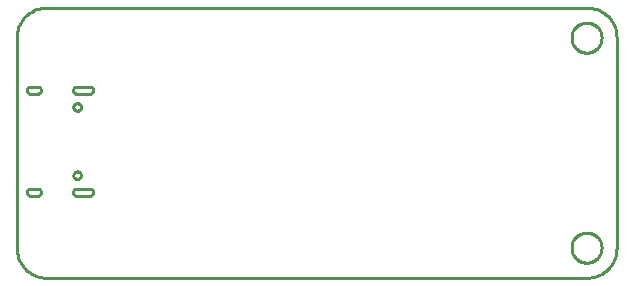
<source format=gbr>
G04 EAGLE Gerber RS-274X export*
G75*
%MOMM*%
%FSLAX34Y34*%
%LPD*%
%IN*%
%IPPOS*%
%AMOC8*
5,1,8,0,0,1.08239X$1,22.5*%
G01*
%ADD10C,0.254000*%


D10*
X0Y25400D02*
X97Y23186D01*
X386Y20989D01*
X865Y18826D01*
X1532Y16713D01*
X2380Y14666D01*
X3403Y12700D01*
X4594Y10831D01*
X5942Y9073D01*
X7440Y7440D01*
X9073Y5942D01*
X10831Y4594D01*
X12700Y3403D01*
X14666Y2380D01*
X16713Y1532D01*
X18826Y865D01*
X20989Y386D01*
X23186Y97D01*
X25400Y0D01*
X482600Y0D01*
X484814Y97D01*
X487011Y386D01*
X489174Y865D01*
X491287Y1532D01*
X493335Y2380D01*
X495300Y3403D01*
X497169Y4594D01*
X498927Y5942D01*
X500561Y7440D01*
X502058Y9073D01*
X503406Y10831D01*
X504597Y12700D01*
X505620Y14666D01*
X506468Y16713D01*
X507135Y18826D01*
X507614Y20989D01*
X507903Y23186D01*
X508000Y25400D01*
X508000Y203200D01*
X507903Y205414D01*
X507614Y207611D01*
X507135Y209774D01*
X506468Y211887D01*
X505620Y213935D01*
X504597Y215900D01*
X503406Y217769D01*
X502058Y219527D01*
X500561Y221161D01*
X498927Y222658D01*
X497169Y224006D01*
X495300Y225197D01*
X493335Y226220D01*
X491287Y227068D01*
X489174Y227735D01*
X487011Y228214D01*
X484814Y228503D01*
X482600Y228600D01*
X25400Y228600D01*
X23186Y228503D01*
X20989Y228214D01*
X18826Y227735D01*
X16713Y227068D01*
X14666Y226220D01*
X12700Y225197D01*
X10831Y224006D01*
X9073Y222658D01*
X7440Y221161D01*
X5942Y219527D01*
X4594Y217769D01*
X3403Y215900D01*
X2380Y213935D01*
X1532Y211887D01*
X865Y209774D01*
X386Y207611D01*
X97Y205414D01*
X0Y203200D01*
X0Y25400D01*
X47870Y158770D02*
X47881Y158509D01*
X47916Y158249D01*
X47972Y157994D01*
X48051Y157744D01*
X48151Y157502D01*
X48272Y157270D01*
X48413Y157049D01*
X48572Y156842D01*
X48749Y156649D01*
X48942Y156472D01*
X49149Y156313D01*
X49370Y156172D01*
X49602Y156051D01*
X49844Y155951D01*
X50094Y155872D01*
X50349Y155816D01*
X50609Y155781D01*
X50870Y155770D01*
X61870Y155770D01*
X62131Y155781D01*
X62391Y155816D01*
X62646Y155872D01*
X62896Y155951D01*
X63138Y156051D01*
X63370Y156172D01*
X63591Y156313D01*
X63798Y156472D01*
X63991Y156649D01*
X64168Y156842D01*
X64327Y157049D01*
X64468Y157270D01*
X64589Y157502D01*
X64689Y157744D01*
X64768Y157994D01*
X64824Y158249D01*
X64859Y158509D01*
X64870Y158770D01*
X64859Y159031D01*
X64824Y159291D01*
X64768Y159546D01*
X64689Y159796D01*
X64589Y160038D01*
X64468Y160270D01*
X64327Y160491D01*
X64168Y160698D01*
X63991Y160891D01*
X63798Y161068D01*
X63591Y161227D01*
X63370Y161368D01*
X63138Y161489D01*
X62896Y161589D01*
X62646Y161668D01*
X62391Y161724D01*
X62131Y161759D01*
X61870Y161770D01*
X50870Y161770D01*
X50609Y161759D01*
X50349Y161724D01*
X50094Y161668D01*
X49844Y161589D01*
X49602Y161489D01*
X49370Y161368D01*
X49149Y161227D01*
X48942Y161068D01*
X48749Y160891D01*
X48572Y160698D01*
X48413Y160491D01*
X48272Y160270D01*
X48151Y160038D01*
X48051Y159796D01*
X47972Y159546D01*
X47916Y159291D01*
X47881Y159031D01*
X47870Y158770D01*
X47870Y72370D02*
X47881Y72109D01*
X47916Y71849D01*
X47972Y71594D01*
X48051Y71344D01*
X48151Y71102D01*
X48272Y70870D01*
X48413Y70649D01*
X48572Y70442D01*
X48749Y70249D01*
X48942Y70072D01*
X49149Y69913D01*
X49370Y69772D01*
X49602Y69651D01*
X49844Y69551D01*
X50094Y69472D01*
X50349Y69416D01*
X50609Y69381D01*
X50870Y69370D01*
X61870Y69370D01*
X62131Y69381D01*
X62391Y69416D01*
X62646Y69472D01*
X62896Y69551D01*
X63138Y69651D01*
X63370Y69772D01*
X63591Y69913D01*
X63798Y70072D01*
X63991Y70249D01*
X64168Y70442D01*
X64327Y70649D01*
X64468Y70870D01*
X64589Y71102D01*
X64689Y71344D01*
X64768Y71594D01*
X64824Y71849D01*
X64859Y72109D01*
X64870Y72370D01*
X64859Y72631D01*
X64824Y72891D01*
X64768Y73146D01*
X64689Y73396D01*
X64589Y73638D01*
X64468Y73870D01*
X64327Y74091D01*
X64168Y74298D01*
X63991Y74491D01*
X63798Y74668D01*
X63591Y74827D01*
X63370Y74968D01*
X63138Y75089D01*
X62896Y75189D01*
X62646Y75268D01*
X62391Y75324D01*
X62131Y75359D01*
X61870Y75370D01*
X50870Y75370D01*
X50609Y75359D01*
X50349Y75324D01*
X50094Y75268D01*
X49844Y75189D01*
X49602Y75089D01*
X49370Y74968D01*
X49149Y74827D01*
X48942Y74668D01*
X48749Y74491D01*
X48572Y74298D01*
X48413Y74091D01*
X48272Y73870D01*
X48151Y73638D01*
X48051Y73396D01*
X47972Y73146D01*
X47916Y72891D01*
X47881Y72631D01*
X47870Y72370D01*
X8570Y72370D02*
X8581Y72109D01*
X8616Y71849D01*
X8672Y71594D01*
X8751Y71344D01*
X8851Y71102D01*
X8972Y70870D01*
X9113Y70649D01*
X9272Y70442D01*
X9449Y70249D01*
X9642Y70072D01*
X9849Y69913D01*
X10070Y69772D01*
X10302Y69651D01*
X10544Y69551D01*
X10794Y69472D01*
X11049Y69416D01*
X11309Y69381D01*
X11570Y69370D01*
X17570Y69370D01*
X17831Y69381D01*
X18091Y69416D01*
X18346Y69472D01*
X18596Y69551D01*
X18838Y69651D01*
X19070Y69772D01*
X19291Y69913D01*
X19498Y70072D01*
X19691Y70249D01*
X19868Y70442D01*
X20027Y70649D01*
X20168Y70870D01*
X20289Y71102D01*
X20389Y71344D01*
X20468Y71594D01*
X20524Y71849D01*
X20559Y72109D01*
X20570Y72370D01*
X20559Y72631D01*
X20524Y72891D01*
X20468Y73146D01*
X20389Y73396D01*
X20289Y73638D01*
X20168Y73870D01*
X20027Y74091D01*
X19868Y74298D01*
X19691Y74491D01*
X19498Y74668D01*
X19291Y74827D01*
X19070Y74968D01*
X18838Y75089D01*
X18596Y75189D01*
X18346Y75268D01*
X18091Y75324D01*
X17831Y75359D01*
X17570Y75370D01*
X11570Y75370D01*
X11309Y75359D01*
X11049Y75324D01*
X10794Y75268D01*
X10544Y75189D01*
X10302Y75089D01*
X10070Y74968D01*
X9849Y74827D01*
X9642Y74668D01*
X9449Y74491D01*
X9272Y74298D01*
X9113Y74091D01*
X8972Y73870D01*
X8851Y73638D01*
X8751Y73396D01*
X8672Y73146D01*
X8616Y72891D01*
X8581Y72631D01*
X8570Y72370D01*
X8570Y158770D02*
X8581Y158509D01*
X8616Y158249D01*
X8672Y157994D01*
X8751Y157744D01*
X8851Y157502D01*
X8972Y157270D01*
X9113Y157049D01*
X9272Y156842D01*
X9449Y156649D01*
X9642Y156472D01*
X9849Y156313D01*
X10070Y156172D01*
X10302Y156051D01*
X10544Y155951D01*
X10794Y155872D01*
X11049Y155816D01*
X11309Y155781D01*
X11570Y155770D01*
X17570Y155770D01*
X17831Y155781D01*
X18091Y155816D01*
X18346Y155872D01*
X18596Y155951D01*
X18838Y156051D01*
X19070Y156172D01*
X19291Y156313D01*
X19498Y156472D01*
X19691Y156649D01*
X19868Y156842D01*
X20027Y157049D01*
X20168Y157270D01*
X20289Y157502D01*
X20389Y157744D01*
X20468Y157994D01*
X20524Y158249D01*
X20559Y158509D01*
X20570Y158770D01*
X20559Y159031D01*
X20524Y159291D01*
X20468Y159546D01*
X20389Y159796D01*
X20289Y160038D01*
X20168Y160270D01*
X20027Y160491D01*
X19868Y160698D01*
X19691Y160891D01*
X19498Y161068D01*
X19291Y161227D01*
X19070Y161368D01*
X18838Y161489D01*
X18596Y161589D01*
X18346Y161668D01*
X18091Y161724D01*
X17831Y161759D01*
X17570Y161770D01*
X11570Y161770D01*
X11309Y161759D01*
X11049Y161724D01*
X10794Y161668D01*
X10544Y161589D01*
X10302Y161489D01*
X10070Y161368D01*
X9849Y161227D01*
X9642Y161068D01*
X9449Y160891D01*
X9272Y160698D01*
X9113Y160491D01*
X8972Y160270D01*
X8851Y160038D01*
X8751Y159796D01*
X8672Y159546D01*
X8616Y159291D01*
X8581Y159031D01*
X8570Y158770D01*
X495300Y202701D02*
X495222Y201706D01*
X495066Y200720D01*
X494833Y199750D01*
X494524Y198801D01*
X494142Y197879D01*
X493689Y196990D01*
X493168Y196139D01*
X492581Y195331D01*
X491933Y194573D01*
X491227Y193867D01*
X490469Y193219D01*
X489661Y192632D01*
X488810Y192111D01*
X487921Y191658D01*
X486999Y191276D01*
X486050Y190967D01*
X485080Y190734D01*
X484094Y190578D01*
X483099Y190500D01*
X482101Y190500D01*
X481106Y190578D01*
X480120Y190734D01*
X479150Y190967D01*
X478201Y191276D01*
X477279Y191658D01*
X476390Y192111D01*
X475539Y192632D01*
X474731Y193219D01*
X473973Y193867D01*
X473267Y194573D01*
X472619Y195331D01*
X472032Y196139D01*
X471511Y196990D01*
X471058Y197879D01*
X470676Y198801D01*
X470367Y199750D01*
X470134Y200720D01*
X469978Y201706D01*
X469900Y202701D01*
X469900Y203699D01*
X469978Y204694D01*
X470134Y205680D01*
X470367Y206650D01*
X470676Y207599D01*
X471058Y208521D01*
X471511Y209410D01*
X472032Y210261D01*
X472619Y211069D01*
X473267Y211827D01*
X473973Y212533D01*
X474731Y213181D01*
X475539Y213768D01*
X476390Y214289D01*
X477279Y214742D01*
X478201Y215124D01*
X479150Y215433D01*
X480120Y215666D01*
X481106Y215822D01*
X482101Y215900D01*
X483099Y215900D01*
X484094Y215822D01*
X485080Y215666D01*
X486050Y215433D01*
X486999Y215124D01*
X487921Y214742D01*
X488810Y214289D01*
X489661Y213768D01*
X490469Y213181D01*
X491227Y212533D01*
X491933Y211827D01*
X492581Y211069D01*
X493168Y210261D01*
X493689Y209410D01*
X494142Y208521D01*
X494524Y207599D01*
X494833Y206650D01*
X495066Y205680D01*
X495222Y204694D01*
X495300Y203699D01*
X495300Y202701D01*
X495300Y24901D02*
X495222Y23906D01*
X495066Y22920D01*
X494833Y21950D01*
X494524Y21001D01*
X494142Y20079D01*
X493689Y19190D01*
X493168Y18339D01*
X492581Y17531D01*
X491933Y16773D01*
X491227Y16067D01*
X490469Y15419D01*
X489661Y14832D01*
X488810Y14311D01*
X487921Y13858D01*
X486999Y13476D01*
X486050Y13167D01*
X485080Y12934D01*
X484094Y12778D01*
X483099Y12700D01*
X482101Y12700D01*
X481106Y12778D01*
X480120Y12934D01*
X479150Y13167D01*
X478201Y13476D01*
X477279Y13858D01*
X476390Y14311D01*
X475539Y14832D01*
X474731Y15419D01*
X473973Y16067D01*
X473267Y16773D01*
X472619Y17531D01*
X472032Y18339D01*
X471511Y19190D01*
X471058Y20079D01*
X470676Y21001D01*
X470367Y21950D01*
X470134Y22920D01*
X469978Y23906D01*
X469900Y24901D01*
X469900Y25899D01*
X469978Y26894D01*
X470134Y27880D01*
X470367Y28850D01*
X470676Y29799D01*
X471058Y30721D01*
X471511Y31610D01*
X472032Y32461D01*
X472619Y33269D01*
X473267Y34027D01*
X473973Y34733D01*
X474731Y35381D01*
X475539Y35968D01*
X476390Y36489D01*
X477279Y36942D01*
X478201Y37324D01*
X479150Y37633D01*
X480120Y37866D01*
X481106Y38022D01*
X482101Y38100D01*
X483099Y38100D01*
X484094Y38022D01*
X485080Y37866D01*
X486050Y37633D01*
X486999Y37324D01*
X487921Y36942D01*
X488810Y36489D01*
X489661Y35968D01*
X490469Y35381D01*
X491227Y34733D01*
X491933Y34027D01*
X492581Y33269D01*
X493168Y32461D01*
X493689Y31610D01*
X494142Y30721D01*
X494524Y29799D01*
X494833Y28850D01*
X495066Y27880D01*
X495222Y26894D01*
X495300Y25899D01*
X495300Y24901D01*
X51157Y83420D02*
X50735Y83476D01*
X50323Y83586D01*
X49929Y83749D01*
X49561Y83962D01*
X49223Y84221D01*
X48921Y84523D01*
X48662Y84861D01*
X48449Y85229D01*
X48286Y85623D01*
X48176Y86035D01*
X48120Y86457D01*
X48120Y86883D01*
X48176Y87305D01*
X48286Y87717D01*
X48449Y88111D01*
X48662Y88479D01*
X48921Y88817D01*
X49223Y89119D01*
X49561Y89378D01*
X49929Y89591D01*
X50323Y89754D01*
X50735Y89864D01*
X51157Y89920D01*
X51583Y89920D01*
X52005Y89864D01*
X52417Y89754D01*
X52811Y89591D01*
X53179Y89378D01*
X53517Y89119D01*
X53819Y88817D01*
X54078Y88479D01*
X54291Y88111D01*
X54454Y87717D01*
X54564Y87305D01*
X54620Y86883D01*
X54620Y86457D01*
X54564Y86035D01*
X54454Y85623D01*
X54291Y85229D01*
X54078Y84861D01*
X53819Y84523D01*
X53517Y84221D01*
X53179Y83962D01*
X52811Y83749D01*
X52417Y83586D01*
X52005Y83476D01*
X51583Y83420D01*
X51157Y83420D01*
X51157Y141220D02*
X50735Y141276D01*
X50323Y141386D01*
X49929Y141549D01*
X49561Y141762D01*
X49223Y142021D01*
X48921Y142323D01*
X48662Y142661D01*
X48449Y143029D01*
X48286Y143423D01*
X48176Y143835D01*
X48120Y144257D01*
X48120Y144683D01*
X48176Y145105D01*
X48286Y145517D01*
X48449Y145911D01*
X48662Y146279D01*
X48921Y146617D01*
X49223Y146919D01*
X49561Y147178D01*
X49929Y147391D01*
X50323Y147554D01*
X50735Y147664D01*
X51157Y147720D01*
X51583Y147720D01*
X52005Y147664D01*
X52417Y147554D01*
X52811Y147391D01*
X53179Y147178D01*
X53517Y146919D01*
X53819Y146617D01*
X54078Y146279D01*
X54291Y145911D01*
X54454Y145517D01*
X54564Y145105D01*
X54620Y144683D01*
X54620Y144257D01*
X54564Y143835D01*
X54454Y143423D01*
X54291Y143029D01*
X54078Y142661D01*
X53819Y142323D01*
X53517Y142021D01*
X53179Y141762D01*
X52811Y141549D01*
X52417Y141386D01*
X52005Y141276D01*
X51583Y141220D01*
X51157Y141220D01*
M02*

</source>
